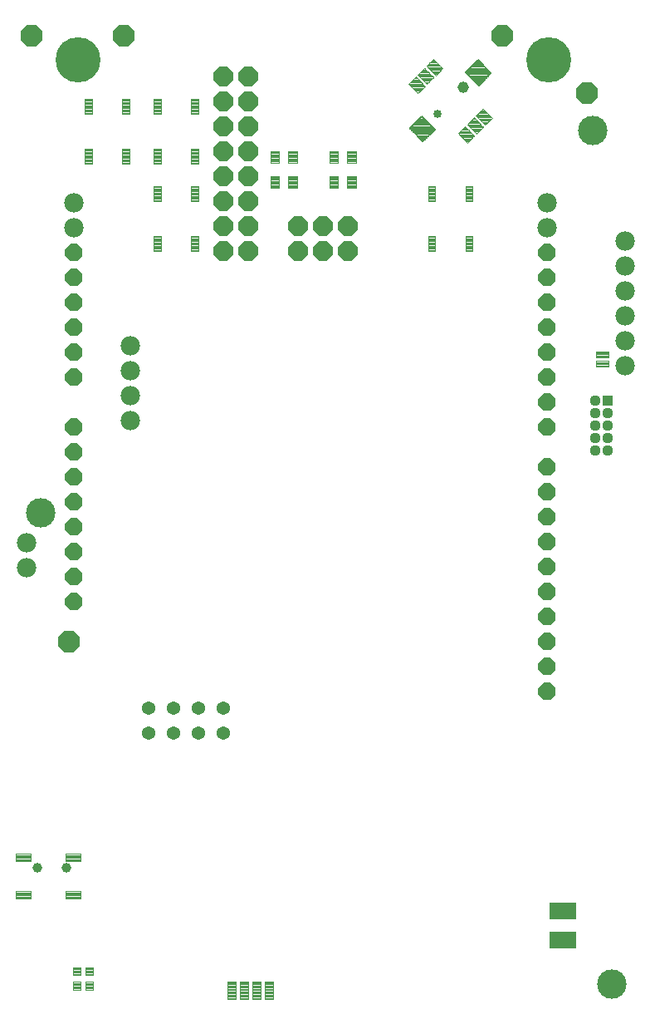
<source format=gts>
G75*
G70*
%OFA0B0*%
%FSLAX24Y24*%
%IPPOS*%
%LPD*%
%AMOC8*
5,1,8,0,0,1.08239X$1,22.5*
%
%ADD10C,0.1181*%
%ADD11C,0.0044*%
%ADD12C,0.0043*%
%ADD13R,0.1102X0.0669*%
%ADD14C,0.0046*%
%ADD15C,0.0780*%
%ADD16C,0.0540*%
%ADD17OC8,0.0890*%
%ADD18R,0.0440X0.0440*%
%ADD19C,0.0440*%
%ADD20OC8,0.0700*%
%ADD21OC8,0.0780*%
%ADD22C,0.0043*%
%ADD23C,0.0075*%
%ADD24C,0.0335*%
%ADD25C,0.0453*%
%ADD26C,0.0394*%
%ADD27C,0.1812*%
%ADD28C,0.0046*%
D10*
X003686Y024357D03*
X025852Y039711D03*
X026639Y005459D03*
D11*
X021041Y035466D02*
X020745Y035466D01*
X021041Y035466D02*
X021041Y034870D01*
X020745Y034870D01*
X020745Y035466D01*
X020745Y034913D02*
X021041Y034913D01*
X021041Y034956D02*
X020745Y034956D01*
X020745Y034999D02*
X021041Y034999D01*
X021041Y035042D02*
X020745Y035042D01*
X020745Y035085D02*
X021041Y035085D01*
X021041Y035128D02*
X020745Y035128D01*
X020745Y035171D02*
X021041Y035171D01*
X021041Y035214D02*
X020745Y035214D01*
X020745Y035257D02*
X021041Y035257D01*
X021041Y035300D02*
X020745Y035300D01*
X020745Y035343D02*
X021041Y035343D01*
X021041Y035386D02*
X020745Y035386D01*
X020745Y035429D02*
X021041Y035429D01*
X021041Y037466D02*
X020745Y037466D01*
X021041Y037466D02*
X021041Y036870D01*
X020745Y036870D01*
X020745Y037466D01*
X020745Y036913D02*
X021041Y036913D01*
X021041Y036956D02*
X020745Y036956D01*
X020745Y036999D02*
X021041Y036999D01*
X021041Y037042D02*
X020745Y037042D01*
X020745Y037085D02*
X021041Y037085D01*
X021041Y037128D02*
X020745Y037128D01*
X020745Y037171D02*
X021041Y037171D01*
X021041Y037214D02*
X020745Y037214D01*
X020745Y037257D02*
X021041Y037257D01*
X021041Y037300D02*
X020745Y037300D01*
X020745Y037343D02*
X021041Y037343D01*
X021041Y037386D02*
X020745Y037386D01*
X020745Y037429D02*
X021041Y037429D01*
X019541Y037466D02*
X019245Y037466D01*
X019541Y037466D02*
X019541Y036870D01*
X019245Y036870D01*
X019245Y037466D01*
X019245Y036913D02*
X019541Y036913D01*
X019541Y036956D02*
X019245Y036956D01*
X019245Y036999D02*
X019541Y036999D01*
X019541Y037042D02*
X019245Y037042D01*
X019245Y037085D02*
X019541Y037085D01*
X019541Y037128D02*
X019245Y037128D01*
X019245Y037171D02*
X019541Y037171D01*
X019541Y037214D02*
X019245Y037214D01*
X019245Y037257D02*
X019541Y037257D01*
X019541Y037300D02*
X019245Y037300D01*
X019245Y037343D02*
X019541Y037343D01*
X019541Y037386D02*
X019245Y037386D01*
X019245Y037429D02*
X019541Y037429D01*
X019541Y035466D02*
X019245Y035466D01*
X019541Y035466D02*
X019541Y034870D01*
X019245Y034870D01*
X019245Y035466D01*
X019245Y034913D02*
X019541Y034913D01*
X019541Y034956D02*
X019245Y034956D01*
X019245Y034999D02*
X019541Y034999D01*
X019541Y035042D02*
X019245Y035042D01*
X019245Y035085D02*
X019541Y035085D01*
X019541Y035128D02*
X019245Y035128D01*
X019245Y035171D02*
X019541Y035171D01*
X019541Y035214D02*
X019245Y035214D01*
X019245Y035257D02*
X019541Y035257D01*
X019541Y035300D02*
X019245Y035300D01*
X019245Y035343D02*
X019541Y035343D01*
X019541Y035386D02*
X019245Y035386D01*
X019245Y035429D02*
X019541Y035429D01*
X010017Y035466D02*
X009721Y035466D01*
X010017Y035466D02*
X010017Y034870D01*
X009721Y034870D01*
X009721Y035466D01*
X009721Y034913D02*
X010017Y034913D01*
X010017Y034956D02*
X009721Y034956D01*
X009721Y034999D02*
X010017Y034999D01*
X010017Y035042D02*
X009721Y035042D01*
X009721Y035085D02*
X010017Y035085D01*
X010017Y035128D02*
X009721Y035128D01*
X009721Y035171D02*
X010017Y035171D01*
X010017Y035214D02*
X009721Y035214D01*
X009721Y035257D02*
X010017Y035257D01*
X010017Y035300D02*
X009721Y035300D01*
X009721Y035343D02*
X010017Y035343D01*
X010017Y035386D02*
X009721Y035386D01*
X009721Y035429D02*
X010017Y035429D01*
X010017Y037466D02*
X009721Y037466D01*
X010017Y037466D02*
X010017Y036870D01*
X009721Y036870D01*
X009721Y037466D01*
X009721Y036913D02*
X010017Y036913D01*
X010017Y036956D02*
X009721Y036956D01*
X009721Y036999D02*
X010017Y036999D01*
X010017Y037042D02*
X009721Y037042D01*
X009721Y037085D02*
X010017Y037085D01*
X010017Y037128D02*
X009721Y037128D01*
X009721Y037171D02*
X010017Y037171D01*
X010017Y037214D02*
X009721Y037214D01*
X009721Y037257D02*
X010017Y037257D01*
X010017Y037300D02*
X009721Y037300D01*
X009721Y037343D02*
X010017Y037343D01*
X010017Y037386D02*
X009721Y037386D01*
X009721Y037429D02*
X010017Y037429D01*
X010017Y038970D02*
X009721Y038970D01*
X010017Y038970D02*
X010017Y038374D01*
X009721Y038374D01*
X009721Y038970D01*
X009721Y038417D02*
X010017Y038417D01*
X010017Y038460D02*
X009721Y038460D01*
X009721Y038503D02*
X010017Y038503D01*
X010017Y038546D02*
X009721Y038546D01*
X009721Y038589D02*
X010017Y038589D01*
X010017Y038632D02*
X009721Y038632D01*
X009721Y038675D02*
X010017Y038675D01*
X010017Y038718D02*
X009721Y038718D01*
X009721Y038761D02*
X010017Y038761D01*
X010017Y038804D02*
X009721Y038804D01*
X009721Y038847D02*
X010017Y038847D01*
X010017Y038890D02*
X009721Y038890D01*
X009721Y038933D02*
X010017Y038933D01*
X010017Y040970D02*
X009721Y040970D01*
X010017Y040970D02*
X010017Y040374D01*
X009721Y040374D01*
X009721Y040970D01*
X009721Y040417D02*
X010017Y040417D01*
X010017Y040460D02*
X009721Y040460D01*
X009721Y040503D02*
X010017Y040503D01*
X010017Y040546D02*
X009721Y040546D01*
X009721Y040589D02*
X010017Y040589D01*
X010017Y040632D02*
X009721Y040632D01*
X009721Y040675D02*
X010017Y040675D01*
X010017Y040718D02*
X009721Y040718D01*
X009721Y040761D02*
X010017Y040761D01*
X010017Y040804D02*
X009721Y040804D01*
X009721Y040847D02*
X010017Y040847D01*
X010017Y040890D02*
X009721Y040890D01*
X009721Y040933D02*
X010017Y040933D01*
X008517Y040970D02*
X008221Y040970D01*
X008517Y040970D02*
X008517Y040374D01*
X008221Y040374D01*
X008221Y040970D01*
X008221Y040417D02*
X008517Y040417D01*
X008517Y040460D02*
X008221Y040460D01*
X008221Y040503D02*
X008517Y040503D01*
X008517Y040546D02*
X008221Y040546D01*
X008221Y040589D02*
X008517Y040589D01*
X008517Y040632D02*
X008221Y040632D01*
X008221Y040675D02*
X008517Y040675D01*
X008517Y040718D02*
X008221Y040718D01*
X008221Y040761D02*
X008517Y040761D01*
X008517Y040804D02*
X008221Y040804D01*
X008221Y040847D02*
X008517Y040847D01*
X008517Y040890D02*
X008221Y040890D01*
X008221Y040933D02*
X008517Y040933D01*
X008517Y038970D02*
X008221Y038970D01*
X008517Y038970D02*
X008517Y038374D01*
X008221Y038374D01*
X008221Y038970D01*
X008221Y038417D02*
X008517Y038417D01*
X008517Y038460D02*
X008221Y038460D01*
X008221Y038503D02*
X008517Y038503D01*
X008517Y038546D02*
X008221Y038546D01*
X008221Y038589D02*
X008517Y038589D01*
X008517Y038632D02*
X008221Y038632D01*
X008221Y038675D02*
X008517Y038675D01*
X008517Y038718D02*
X008221Y038718D01*
X008221Y038761D02*
X008517Y038761D01*
X008517Y038804D02*
X008221Y038804D01*
X008221Y038847D02*
X008517Y038847D01*
X008517Y038890D02*
X008221Y038890D01*
X008221Y038933D02*
X008517Y038933D01*
X008517Y037466D02*
X008221Y037466D01*
X008517Y037466D02*
X008517Y036870D01*
X008221Y036870D01*
X008221Y037466D01*
X008221Y036913D02*
X008517Y036913D01*
X008517Y036956D02*
X008221Y036956D01*
X008221Y036999D02*
X008517Y036999D01*
X008517Y037042D02*
X008221Y037042D01*
X008221Y037085D02*
X008517Y037085D01*
X008517Y037128D02*
X008221Y037128D01*
X008221Y037171D02*
X008517Y037171D01*
X008517Y037214D02*
X008221Y037214D01*
X008221Y037257D02*
X008517Y037257D01*
X008517Y037300D02*
X008221Y037300D01*
X008221Y037343D02*
X008517Y037343D01*
X008517Y037386D02*
X008221Y037386D01*
X008221Y037429D02*
X008517Y037429D01*
X007261Y038970D02*
X006965Y038970D01*
X007261Y038970D02*
X007261Y038374D01*
X006965Y038374D01*
X006965Y038970D01*
X006965Y038417D02*
X007261Y038417D01*
X007261Y038460D02*
X006965Y038460D01*
X006965Y038503D02*
X007261Y038503D01*
X007261Y038546D02*
X006965Y038546D01*
X006965Y038589D02*
X007261Y038589D01*
X007261Y038632D02*
X006965Y038632D01*
X006965Y038675D02*
X007261Y038675D01*
X007261Y038718D02*
X006965Y038718D01*
X006965Y038761D02*
X007261Y038761D01*
X007261Y038804D02*
X006965Y038804D01*
X006965Y038847D02*
X007261Y038847D01*
X007261Y038890D02*
X006965Y038890D01*
X006965Y038933D02*
X007261Y038933D01*
X007261Y040970D02*
X006965Y040970D01*
X007261Y040970D02*
X007261Y040374D01*
X006965Y040374D01*
X006965Y040970D01*
X006965Y040417D02*
X007261Y040417D01*
X007261Y040460D02*
X006965Y040460D01*
X006965Y040503D02*
X007261Y040503D01*
X007261Y040546D02*
X006965Y040546D01*
X006965Y040589D02*
X007261Y040589D01*
X007261Y040632D02*
X006965Y040632D01*
X006965Y040675D02*
X007261Y040675D01*
X007261Y040718D02*
X006965Y040718D01*
X006965Y040761D02*
X007261Y040761D01*
X007261Y040804D02*
X006965Y040804D01*
X006965Y040847D02*
X007261Y040847D01*
X007261Y040890D02*
X006965Y040890D01*
X006965Y040933D02*
X007261Y040933D01*
X005761Y040970D02*
X005465Y040970D01*
X005761Y040970D02*
X005761Y040374D01*
X005465Y040374D01*
X005465Y040970D01*
X005465Y040417D02*
X005761Y040417D01*
X005761Y040460D02*
X005465Y040460D01*
X005465Y040503D02*
X005761Y040503D01*
X005761Y040546D02*
X005465Y040546D01*
X005465Y040589D02*
X005761Y040589D01*
X005761Y040632D02*
X005465Y040632D01*
X005465Y040675D02*
X005761Y040675D01*
X005761Y040718D02*
X005465Y040718D01*
X005465Y040761D02*
X005761Y040761D01*
X005761Y040804D02*
X005465Y040804D01*
X005465Y040847D02*
X005761Y040847D01*
X005761Y040890D02*
X005465Y040890D01*
X005465Y040933D02*
X005761Y040933D01*
X005761Y038970D02*
X005465Y038970D01*
X005761Y038970D02*
X005761Y038374D01*
X005465Y038374D01*
X005465Y038970D01*
X005465Y038417D02*
X005761Y038417D01*
X005761Y038460D02*
X005465Y038460D01*
X005465Y038503D02*
X005761Y038503D01*
X005761Y038546D02*
X005465Y038546D01*
X005465Y038589D02*
X005761Y038589D01*
X005761Y038632D02*
X005465Y038632D01*
X005465Y038675D02*
X005761Y038675D01*
X005761Y038718D02*
X005465Y038718D01*
X005465Y038761D02*
X005761Y038761D01*
X005761Y038804D02*
X005465Y038804D01*
X005465Y038847D02*
X005761Y038847D01*
X005761Y038890D02*
X005465Y038890D01*
X005465Y038933D02*
X005761Y038933D01*
X008221Y035466D02*
X008517Y035466D01*
X008517Y034870D01*
X008221Y034870D01*
X008221Y035466D01*
X008221Y034913D02*
X008517Y034913D01*
X008517Y034956D02*
X008221Y034956D01*
X008221Y034999D02*
X008517Y034999D01*
X008517Y035042D02*
X008221Y035042D01*
X008221Y035085D02*
X008517Y035085D01*
X008517Y035128D02*
X008221Y035128D01*
X008221Y035171D02*
X008517Y035171D01*
X008517Y035214D02*
X008221Y035214D01*
X008221Y035257D02*
X008517Y035257D01*
X008517Y035300D02*
X008221Y035300D01*
X008221Y035343D02*
X008517Y035343D01*
X008517Y035386D02*
X008221Y035386D01*
X008221Y035429D02*
X008517Y035429D01*
X004703Y010688D02*
X004703Y010392D01*
X004703Y010688D02*
X005299Y010688D01*
X005299Y010392D01*
X004703Y010392D01*
X004703Y010435D02*
X005299Y010435D01*
X005299Y010478D02*
X004703Y010478D01*
X004703Y010521D02*
X005299Y010521D01*
X005299Y010564D02*
X004703Y010564D01*
X004703Y010607D02*
X005299Y010607D01*
X005299Y010650D02*
X004703Y010650D01*
X004703Y009188D02*
X004703Y008892D01*
X004703Y009188D02*
X005299Y009188D01*
X005299Y008892D01*
X004703Y008892D01*
X004703Y008935D02*
X005299Y008935D01*
X005299Y008978D02*
X004703Y008978D01*
X004703Y009021D02*
X005299Y009021D01*
X005299Y009064D02*
X004703Y009064D01*
X004703Y009107D02*
X005299Y009107D01*
X005299Y009150D02*
X004703Y009150D01*
X002703Y009188D02*
X002703Y008892D01*
X002703Y009188D02*
X003299Y009188D01*
X003299Y008892D01*
X002703Y008892D01*
X002703Y008935D02*
X003299Y008935D01*
X003299Y008978D02*
X002703Y008978D01*
X002703Y009021D02*
X003299Y009021D01*
X003299Y009064D02*
X002703Y009064D01*
X002703Y009107D02*
X003299Y009107D01*
X003299Y009150D02*
X002703Y009150D01*
X002703Y010392D02*
X002703Y010688D01*
X003299Y010688D01*
X003299Y010392D01*
X002703Y010392D01*
X002703Y010435D02*
X003299Y010435D01*
X003299Y010478D02*
X002703Y010478D01*
X002703Y010521D02*
X003299Y010521D01*
X003299Y010564D02*
X002703Y010564D01*
X002703Y010607D02*
X003299Y010607D01*
X003299Y010650D02*
X002703Y010650D01*
D12*
X012920Y037389D02*
X012920Y037859D01*
X013272Y037859D01*
X013272Y037389D01*
X012920Y037389D01*
X012920Y037431D02*
X013272Y037431D01*
X013272Y037473D02*
X012920Y037473D01*
X012920Y037515D02*
X013272Y037515D01*
X013272Y037557D02*
X012920Y037557D01*
X012920Y037599D02*
X013272Y037599D01*
X013272Y037641D02*
X012920Y037641D01*
X012920Y037683D02*
X013272Y037683D01*
X013272Y037725D02*
X012920Y037725D01*
X012920Y037767D02*
X013272Y037767D01*
X013272Y037809D02*
X012920Y037809D01*
X012920Y037851D02*
X013272Y037851D01*
X012920Y038413D02*
X012920Y038883D01*
X013272Y038883D01*
X013272Y038413D01*
X012920Y038413D01*
X012920Y038455D02*
X013272Y038455D01*
X013272Y038497D02*
X012920Y038497D01*
X012920Y038539D02*
X013272Y038539D01*
X013272Y038581D02*
X012920Y038581D01*
X012920Y038623D02*
X013272Y038623D01*
X013272Y038665D02*
X012920Y038665D01*
X012920Y038707D02*
X013272Y038707D01*
X013272Y038749D02*
X012920Y038749D01*
X012920Y038791D02*
X013272Y038791D01*
X013272Y038833D02*
X012920Y038833D01*
X012920Y038875D02*
X013272Y038875D01*
X013628Y038883D02*
X013628Y038413D01*
X013628Y038883D02*
X013980Y038883D01*
X013980Y038413D01*
X013628Y038413D01*
X013628Y038455D02*
X013980Y038455D01*
X013980Y038497D02*
X013628Y038497D01*
X013628Y038539D02*
X013980Y038539D01*
X013980Y038581D02*
X013628Y038581D01*
X013628Y038623D02*
X013980Y038623D01*
X013980Y038665D02*
X013628Y038665D01*
X013628Y038707D02*
X013980Y038707D01*
X013980Y038749D02*
X013628Y038749D01*
X013628Y038791D02*
X013980Y038791D01*
X013980Y038833D02*
X013628Y038833D01*
X013628Y038875D02*
X013980Y038875D01*
X013628Y037859D02*
X013628Y037389D01*
X013628Y037859D02*
X013980Y037859D01*
X013980Y037389D01*
X013628Y037389D01*
X013628Y037431D02*
X013980Y037431D01*
X013980Y037473D02*
X013628Y037473D01*
X013628Y037515D02*
X013980Y037515D01*
X013980Y037557D02*
X013628Y037557D01*
X013628Y037599D02*
X013980Y037599D01*
X013980Y037641D02*
X013628Y037641D01*
X013628Y037683D02*
X013980Y037683D01*
X013980Y037725D02*
X013628Y037725D01*
X013628Y037767D02*
X013980Y037767D01*
X013980Y037809D02*
X013628Y037809D01*
X013628Y037851D02*
X013980Y037851D01*
X015282Y037859D02*
X015282Y037389D01*
X015282Y037859D02*
X015634Y037859D01*
X015634Y037389D01*
X015282Y037389D01*
X015282Y037431D02*
X015634Y037431D01*
X015634Y037473D02*
X015282Y037473D01*
X015282Y037515D02*
X015634Y037515D01*
X015634Y037557D02*
X015282Y037557D01*
X015282Y037599D02*
X015634Y037599D01*
X015634Y037641D02*
X015282Y037641D01*
X015282Y037683D02*
X015634Y037683D01*
X015634Y037725D02*
X015282Y037725D01*
X015282Y037767D02*
X015634Y037767D01*
X015634Y037809D02*
X015282Y037809D01*
X015282Y037851D02*
X015634Y037851D01*
X015282Y038413D02*
X015282Y038883D01*
X015634Y038883D01*
X015634Y038413D01*
X015282Y038413D01*
X015282Y038455D02*
X015634Y038455D01*
X015634Y038497D02*
X015282Y038497D01*
X015282Y038539D02*
X015634Y038539D01*
X015634Y038581D02*
X015282Y038581D01*
X015282Y038623D02*
X015634Y038623D01*
X015634Y038665D02*
X015282Y038665D01*
X015282Y038707D02*
X015634Y038707D01*
X015634Y038749D02*
X015282Y038749D01*
X015282Y038791D02*
X015634Y038791D01*
X015634Y038833D02*
X015282Y038833D01*
X015282Y038875D02*
X015634Y038875D01*
X015991Y038883D02*
X015991Y038413D01*
X015991Y038883D02*
X016343Y038883D01*
X016343Y038413D01*
X015991Y038413D01*
X015991Y038455D02*
X016343Y038455D01*
X016343Y038497D02*
X015991Y038497D01*
X015991Y038539D02*
X016343Y038539D01*
X016343Y038581D02*
X015991Y038581D01*
X015991Y038623D02*
X016343Y038623D01*
X016343Y038665D02*
X015991Y038665D01*
X015991Y038707D02*
X016343Y038707D01*
X016343Y038749D02*
X015991Y038749D01*
X015991Y038791D02*
X016343Y038791D01*
X016343Y038833D02*
X015991Y038833D01*
X015991Y038875D02*
X016343Y038875D01*
X015991Y037859D02*
X015991Y037389D01*
X015991Y037859D02*
X016343Y037859D01*
X016343Y037389D01*
X015991Y037389D01*
X015991Y037431D02*
X016343Y037431D01*
X016343Y037473D02*
X015991Y037473D01*
X015991Y037515D02*
X016343Y037515D01*
X016343Y037557D02*
X015991Y037557D01*
X015991Y037599D02*
X016343Y037599D01*
X016343Y037641D02*
X015991Y037641D01*
X015991Y037683D02*
X016343Y037683D01*
X016343Y037725D02*
X015991Y037725D01*
X015991Y037767D02*
X016343Y037767D01*
X016343Y037809D02*
X015991Y037809D01*
X015991Y037851D02*
X016343Y037851D01*
D13*
X024671Y008412D03*
X024671Y007231D03*
D14*
X005297Y005246D02*
X004989Y005246D01*
X004989Y005554D01*
X005297Y005554D01*
X005297Y005246D01*
X005297Y005291D02*
X004989Y005291D01*
X004989Y005336D02*
X005297Y005336D01*
X005297Y005381D02*
X004989Y005381D01*
X004989Y005426D02*
X005297Y005426D01*
X005297Y005471D02*
X004989Y005471D01*
X004989Y005516D02*
X005297Y005516D01*
X005501Y005246D02*
X005809Y005246D01*
X005501Y005246D02*
X005501Y005554D01*
X005809Y005554D01*
X005809Y005246D01*
X005809Y005291D02*
X005501Y005291D01*
X005501Y005336D02*
X005809Y005336D01*
X005809Y005381D02*
X005501Y005381D01*
X005501Y005426D02*
X005809Y005426D01*
X005809Y005471D02*
X005501Y005471D01*
X005501Y005516D02*
X005809Y005516D01*
X005809Y005837D02*
X005501Y005837D01*
X005501Y006145D01*
X005809Y006145D01*
X005809Y005837D01*
X005809Y005882D02*
X005501Y005882D01*
X005501Y005927D02*
X005809Y005927D01*
X005809Y005972D02*
X005501Y005972D01*
X005501Y006017D02*
X005809Y006017D01*
X005809Y006062D02*
X005501Y006062D01*
X005501Y006107D02*
X005809Y006107D01*
X005297Y005837D02*
X004989Y005837D01*
X004989Y006145D01*
X005297Y006145D01*
X005297Y005837D01*
X005297Y005882D02*
X004989Y005882D01*
X004989Y005927D02*
X005297Y005927D01*
X005297Y005972D02*
X004989Y005972D01*
X004989Y006017D02*
X005297Y006017D01*
X005297Y006062D02*
X004989Y006062D01*
X004989Y006107D02*
X005297Y006107D01*
X011515Y005574D02*
X011515Y004872D01*
X011207Y004872D01*
X011207Y005574D01*
X011515Y005574D01*
X011515Y004917D02*
X011207Y004917D01*
X011207Y004962D02*
X011515Y004962D01*
X011515Y005007D02*
X011207Y005007D01*
X011207Y005052D02*
X011515Y005052D01*
X011515Y005097D02*
X011207Y005097D01*
X011207Y005142D02*
X011515Y005142D01*
X011515Y005187D02*
X011207Y005187D01*
X011207Y005232D02*
X011515Y005232D01*
X011515Y005277D02*
X011207Y005277D01*
X011207Y005322D02*
X011515Y005322D01*
X011515Y005367D02*
X011207Y005367D01*
X011207Y005412D02*
X011515Y005412D01*
X011515Y005457D02*
X011207Y005457D01*
X011207Y005502D02*
X011515Y005502D01*
X011515Y005547D02*
X011207Y005547D01*
X012015Y005574D02*
X012015Y004872D01*
X011707Y004872D01*
X011707Y005574D01*
X012015Y005574D01*
X012015Y004917D02*
X011707Y004917D01*
X011707Y004962D02*
X012015Y004962D01*
X012015Y005007D02*
X011707Y005007D01*
X011707Y005052D02*
X012015Y005052D01*
X012015Y005097D02*
X011707Y005097D01*
X011707Y005142D02*
X012015Y005142D01*
X012015Y005187D02*
X011707Y005187D01*
X011707Y005232D02*
X012015Y005232D01*
X012015Y005277D02*
X011707Y005277D01*
X011707Y005322D02*
X012015Y005322D01*
X012015Y005367D02*
X011707Y005367D01*
X011707Y005412D02*
X012015Y005412D01*
X012015Y005457D02*
X011707Y005457D01*
X011707Y005502D02*
X012015Y005502D01*
X012015Y005547D02*
X011707Y005547D01*
X012515Y005574D02*
X012515Y004872D01*
X012207Y004872D01*
X012207Y005574D01*
X012515Y005574D01*
X012515Y004917D02*
X012207Y004917D01*
X012207Y004962D02*
X012515Y004962D01*
X012515Y005007D02*
X012207Y005007D01*
X012207Y005052D02*
X012515Y005052D01*
X012515Y005097D02*
X012207Y005097D01*
X012207Y005142D02*
X012515Y005142D01*
X012515Y005187D02*
X012207Y005187D01*
X012207Y005232D02*
X012515Y005232D01*
X012515Y005277D02*
X012207Y005277D01*
X012207Y005322D02*
X012515Y005322D01*
X012515Y005367D02*
X012207Y005367D01*
X012207Y005412D02*
X012515Y005412D01*
X012515Y005457D02*
X012207Y005457D01*
X012207Y005502D02*
X012515Y005502D01*
X012515Y005547D02*
X012207Y005547D01*
X013015Y005574D02*
X013015Y004872D01*
X012707Y004872D01*
X012707Y005574D01*
X013015Y005574D01*
X013015Y004917D02*
X012707Y004917D01*
X012707Y004962D02*
X013015Y004962D01*
X013015Y005007D02*
X012707Y005007D01*
X012707Y005052D02*
X013015Y005052D01*
X013015Y005097D02*
X012707Y005097D01*
X012707Y005142D02*
X013015Y005142D01*
X013015Y005187D02*
X012707Y005187D01*
X012707Y005232D02*
X013015Y005232D01*
X013015Y005277D02*
X012707Y005277D01*
X012707Y005322D02*
X013015Y005322D01*
X013015Y005367D02*
X012707Y005367D01*
X012707Y005412D02*
X013015Y005412D01*
X013015Y005457D02*
X012707Y005457D01*
X012707Y005502D02*
X013015Y005502D01*
X013015Y005547D02*
X012707Y005547D01*
D15*
X003135Y022176D03*
X003135Y023176D03*
X007308Y028073D03*
X007308Y029073D03*
X007308Y030073D03*
X007308Y031073D03*
X005041Y035809D03*
X005041Y036809D03*
X024041Y036809D03*
X024041Y035809D03*
X027151Y035262D03*
X027151Y034262D03*
X027151Y033262D03*
X027151Y032262D03*
X027151Y031262D03*
X027151Y030262D03*
D16*
X011013Y016530D03*
X011013Y015530D03*
X010013Y015530D03*
X009013Y015530D03*
X009013Y016530D03*
X010013Y016530D03*
X008013Y016530D03*
X008013Y015530D03*
D17*
X004828Y019199D03*
X003332Y043491D03*
X007033Y043491D03*
X022230Y043491D03*
X025615Y041207D03*
D18*
X026456Y028861D03*
D19*
X026456Y028361D03*
X026456Y027861D03*
X026456Y027361D03*
X025956Y027361D03*
X025956Y027861D03*
X025956Y028361D03*
X025956Y028861D03*
X025956Y026861D03*
X026456Y026861D03*
D20*
X024041Y026209D03*
X024041Y025209D03*
X024041Y024209D03*
X024041Y023209D03*
X024041Y022209D03*
X024041Y021209D03*
X024041Y020209D03*
X024041Y019209D03*
X024041Y018209D03*
X024041Y017209D03*
X024041Y027809D03*
X024041Y028809D03*
X024041Y029809D03*
X024041Y030809D03*
X024041Y031809D03*
X024041Y032809D03*
X024041Y033809D03*
X024041Y034809D03*
X005041Y034809D03*
X005041Y033809D03*
X005041Y032809D03*
X005041Y031809D03*
X005041Y030809D03*
X005041Y029809D03*
X005041Y027809D03*
X005041Y026809D03*
X005041Y025809D03*
X005041Y024809D03*
X005041Y023809D03*
X005041Y022809D03*
X005041Y021809D03*
X005041Y020809D03*
D21*
X011041Y034859D03*
X012041Y034859D03*
X012041Y035859D03*
X012041Y036859D03*
X012041Y037859D03*
X012041Y038859D03*
X012041Y039859D03*
X012041Y040859D03*
X012041Y041859D03*
X011041Y041859D03*
X011041Y040859D03*
X011041Y039859D03*
X011041Y038859D03*
X011041Y037859D03*
X011041Y036859D03*
X011041Y035859D03*
X014041Y035859D03*
X014041Y034859D03*
X015041Y034859D03*
X016041Y034859D03*
X016041Y035859D03*
X015041Y035859D03*
D22*
X019118Y041484D02*
X018745Y041857D01*
X019118Y041484D02*
X018841Y041207D01*
X018468Y041580D01*
X018745Y041857D01*
X018799Y041249D02*
X018883Y041249D01*
X018925Y041291D02*
X018757Y041291D01*
X018715Y041333D02*
X018967Y041333D01*
X019009Y041375D02*
X018673Y041375D01*
X018631Y041417D02*
X019051Y041417D01*
X019093Y041459D02*
X018589Y041459D01*
X018547Y041501D02*
X019101Y041501D01*
X019059Y041543D02*
X018505Y041543D01*
X018473Y041585D02*
X019017Y041585D01*
X018975Y041627D02*
X018515Y041627D01*
X018557Y041669D02*
X018933Y041669D01*
X018891Y041711D02*
X018599Y041711D01*
X018641Y041753D02*
X018849Y041753D01*
X018807Y041795D02*
X018683Y041795D01*
X018725Y041837D02*
X018765Y041837D01*
X019100Y042212D02*
X019473Y041839D01*
X019196Y041562D01*
X018823Y041935D01*
X019100Y042212D01*
X019154Y041604D02*
X019238Y041604D01*
X019280Y041646D02*
X019112Y041646D01*
X019070Y041688D02*
X019322Y041688D01*
X019364Y041730D02*
X019028Y041730D01*
X018986Y041772D02*
X019406Y041772D01*
X019448Y041814D02*
X018944Y041814D01*
X018902Y041856D02*
X019456Y041856D01*
X019414Y041898D02*
X018860Y041898D01*
X018828Y041940D02*
X019372Y041940D01*
X019330Y041982D02*
X018870Y041982D01*
X018912Y042024D02*
X019288Y042024D01*
X019246Y042066D02*
X018954Y042066D01*
X018996Y042108D02*
X019204Y042108D01*
X019162Y042150D02*
X019038Y042150D01*
X019080Y042192D02*
X019120Y042192D01*
X019455Y042567D02*
X019828Y042194D01*
X019551Y041917D01*
X019178Y042290D01*
X019455Y042567D01*
X019509Y041959D02*
X019593Y041959D01*
X019635Y042001D02*
X019467Y042001D01*
X019425Y042043D02*
X019677Y042043D01*
X019719Y042085D02*
X019383Y042085D01*
X019341Y042127D02*
X019761Y042127D01*
X019803Y042169D02*
X019299Y042169D01*
X019257Y042211D02*
X019811Y042211D01*
X019769Y042253D02*
X019215Y042253D01*
X019183Y042295D02*
X019727Y042295D01*
X019685Y042337D02*
X019225Y042337D01*
X019267Y042379D02*
X019643Y042379D01*
X019601Y042421D02*
X019309Y042421D01*
X019351Y042463D02*
X019559Y042463D01*
X019517Y042505D02*
X019393Y042505D01*
X019435Y042547D02*
X019475Y042547D01*
X021090Y040222D02*
X021463Y039849D01*
X021186Y039572D01*
X020813Y039945D01*
X021090Y040222D01*
X021144Y039614D02*
X021228Y039614D01*
X021270Y039656D02*
X021102Y039656D01*
X021060Y039698D02*
X021312Y039698D01*
X021354Y039740D02*
X021018Y039740D01*
X020976Y039782D02*
X021396Y039782D01*
X021438Y039824D02*
X020934Y039824D01*
X020892Y039866D02*
X021446Y039866D01*
X021404Y039908D02*
X020850Y039908D01*
X020818Y039950D02*
X021362Y039950D01*
X021320Y039992D02*
X020860Y039992D01*
X020902Y040034D02*
X021278Y040034D01*
X021236Y040076D02*
X020944Y040076D01*
X020986Y040118D02*
X021194Y040118D01*
X021152Y040160D02*
X021028Y040160D01*
X021070Y040202D02*
X021110Y040202D01*
X021445Y040577D02*
X021818Y040204D01*
X021541Y039927D01*
X021168Y040300D01*
X021445Y040577D01*
X021499Y039969D02*
X021583Y039969D01*
X021625Y040011D02*
X021457Y040011D01*
X021415Y040053D02*
X021667Y040053D01*
X021709Y040095D02*
X021373Y040095D01*
X021331Y040137D02*
X021751Y040137D01*
X021793Y040179D02*
X021289Y040179D01*
X021247Y040221D02*
X021801Y040221D01*
X021759Y040263D02*
X021205Y040263D01*
X021173Y040305D02*
X021717Y040305D01*
X021675Y040347D02*
X021215Y040347D01*
X021257Y040389D02*
X021633Y040389D01*
X021591Y040431D02*
X021299Y040431D01*
X021341Y040473D02*
X021549Y040473D01*
X021507Y040515D02*
X021383Y040515D01*
X021425Y040557D02*
X021465Y040557D01*
X020735Y039867D02*
X021108Y039494D01*
X020831Y039217D01*
X020458Y039590D01*
X020735Y039867D01*
X020789Y039259D02*
X020873Y039259D01*
X020915Y039301D02*
X020747Y039301D01*
X020705Y039343D02*
X020957Y039343D01*
X020999Y039385D02*
X020663Y039385D01*
X020621Y039427D02*
X021041Y039427D01*
X021083Y039469D02*
X020579Y039469D01*
X020537Y039511D02*
X021091Y039511D01*
X021049Y039553D02*
X020495Y039553D01*
X020463Y039595D02*
X021007Y039595D01*
X020965Y039637D02*
X020505Y039637D01*
X020547Y039679D02*
X020923Y039679D01*
X020881Y039721D02*
X020589Y039721D01*
X020631Y039763D02*
X020839Y039763D01*
X020797Y039805D02*
X020673Y039805D01*
X020715Y039847D02*
X020755Y039847D01*
D23*
X021774Y041993D02*
X021243Y042524D01*
X021774Y041993D02*
X021297Y041516D01*
X020766Y042047D01*
X021243Y042524D01*
X021223Y041590D02*
X021371Y041590D01*
X021445Y041664D02*
X021149Y041664D01*
X021075Y041738D02*
X021519Y041738D01*
X021593Y041812D02*
X021001Y041812D01*
X020927Y041886D02*
X021667Y041886D01*
X021741Y041960D02*
X020853Y041960D01*
X020779Y042034D02*
X021733Y042034D01*
X021659Y042108D02*
X020827Y042108D01*
X020901Y042182D02*
X021585Y042182D01*
X021511Y042256D02*
X020975Y042256D01*
X021049Y042330D02*
X021437Y042330D01*
X021363Y042404D02*
X021123Y042404D01*
X021197Y042478D02*
X021289Y042478D01*
X018988Y040269D02*
X019519Y039738D01*
X019042Y039261D01*
X018511Y039792D01*
X018988Y040269D01*
X018968Y039335D02*
X019116Y039335D01*
X019190Y039409D02*
X018894Y039409D01*
X018820Y039483D02*
X019264Y039483D01*
X019338Y039557D02*
X018746Y039557D01*
X018672Y039631D02*
X019412Y039631D01*
X019486Y039705D02*
X018598Y039705D01*
X018524Y039779D02*
X019478Y039779D01*
X019404Y039853D02*
X018572Y039853D01*
X018646Y039927D02*
X019330Y039927D01*
X019256Y040001D02*
X018720Y040001D01*
X018794Y040075D02*
X019182Y040075D01*
X019108Y040149D02*
X018868Y040149D01*
X018942Y040223D02*
X019034Y040223D01*
D24*
X019614Y040363D03*
D25*
X020672Y041421D03*
D26*
X004730Y010124D03*
X003548Y010124D03*
D27*
X005182Y042546D03*
X024080Y042546D03*
D28*
X025998Y030837D02*
X025998Y030593D01*
X025998Y030837D02*
X026492Y030837D01*
X026492Y030593D01*
X025998Y030593D01*
X025998Y030638D02*
X026492Y030638D01*
X026492Y030683D02*
X025998Y030683D01*
X025998Y030728D02*
X026492Y030728D01*
X026492Y030773D02*
X025998Y030773D01*
X025998Y030818D02*
X026492Y030818D01*
X025998Y030483D02*
X025998Y030239D01*
X025998Y030483D02*
X026492Y030483D01*
X026492Y030239D01*
X025998Y030239D01*
X025998Y030284D02*
X026492Y030284D01*
X026492Y030329D02*
X025998Y030329D01*
X025998Y030374D02*
X026492Y030374D01*
X026492Y030419D02*
X025998Y030419D01*
X025998Y030464D02*
X026492Y030464D01*
M02*

</source>
